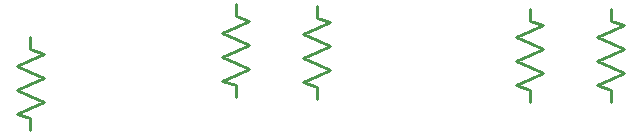
<source format=gbo>
G04 Layer: BottomSilkscreenLayer*
G04 EasyEDA v6.5.8, 2022-08-15 07:29:34*
G04 028e3914a6f949ed9ca799ef75e4ed4f,10*
G04 Gerber Generator version 0.2*
G04 Scale: 100 percent, Rotated: No, Reflected: No *
G04 Dimensions in millimeters *
G04 leading zeros omitted , absolute positions ,4 integer and 5 decimal *
%FSLAX45Y45*%
%MOMM*%

%ADD10C,0.2540*%

%LPD*%
D10*
X7658100Y5283197D02*
G01*
X7658100Y5384797D01*
X7543800Y5422897D01*
X7658100Y5473697D01*
X7772400Y5524497D01*
X7658100Y5575297D01*
X7543800Y5626097D01*
X7658100Y5676897D01*
X7772400Y5727697D01*
X7658100Y5778497D01*
X7543800Y5829297D01*
X7658100Y5880097D01*
X7772400Y5930897D01*
X7658100Y5968997D01*
X7658100Y6070597D01*
X8343900Y6057902D02*
G01*
X8343900Y5956302D01*
X8458200Y5918202D01*
X8343900Y5867402D01*
X8229600Y5816602D01*
X8343900Y5765802D01*
X8458200Y5715002D01*
X8343900Y5664202D01*
X8229600Y5613402D01*
X8343900Y5562602D01*
X8458200Y5511802D01*
X8343900Y5461002D01*
X8229600Y5410202D01*
X8343900Y5372102D01*
X8343900Y5270502D01*
X10147300Y5245097D02*
G01*
X10147300Y5346697D01*
X10033000Y5384797D01*
X10147300Y5435597D01*
X10261600Y5486397D01*
X10147300Y5537197D01*
X10033000Y5587997D01*
X10147300Y5638797D01*
X10261600Y5689597D01*
X10147300Y5740397D01*
X10033000Y5791197D01*
X10147300Y5841997D01*
X10261600Y5892797D01*
X10147300Y5930897D01*
X10147300Y6032497D01*
X10833100Y6032502D02*
G01*
X10833100Y5930902D01*
X10947400Y5892802D01*
X10833100Y5842002D01*
X10718800Y5791202D01*
X10833100Y5740402D01*
X10947400Y5689602D01*
X10833100Y5638802D01*
X10718800Y5588002D01*
X10833100Y5537202D01*
X10947400Y5486402D01*
X10833100Y5435602D01*
X10718800Y5384802D01*
X10833100Y5346702D01*
X10833100Y5245102D01*
X5918200Y5003800D02*
G01*
X5918200Y5105400D01*
X5803900Y5143500D01*
X5918200Y5194300D01*
X6032500Y5245100D01*
X5918200Y5295900D01*
X5803900Y5346700D01*
X5918200Y5397500D01*
X6032500Y5448300D01*
X5918200Y5499100D01*
X5803900Y5549900D01*
X5918200Y5600700D01*
X6032500Y5651500D01*
X5918200Y5689600D01*
X5918200Y5791200D01*
M02*

</source>
